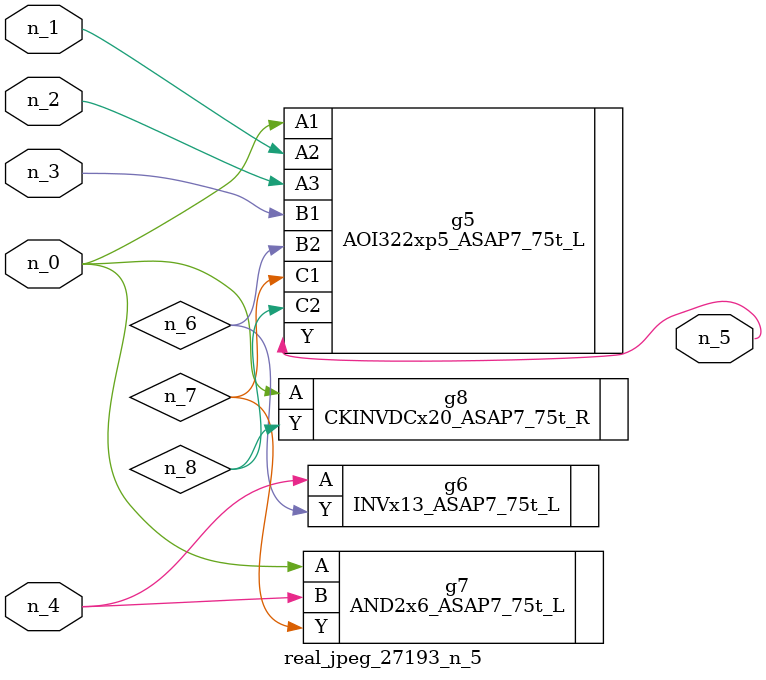
<source format=v>
module real_jpeg_27193_n_5 (n_4, n_0, n_1, n_2, n_3, n_5);

input n_4;
input n_0;
input n_1;
input n_2;
input n_3;

output n_5;

wire n_8;
wire n_6;
wire n_7;

AOI322xp5_ASAP7_75t_L g5 ( 
.A1(n_0),
.A2(n_1),
.A3(n_2),
.B1(n_3),
.B2(n_6),
.C1(n_7),
.C2(n_8),
.Y(n_5)
);

AND2x6_ASAP7_75t_L g7 ( 
.A(n_0),
.B(n_4),
.Y(n_7)
);

CKINVDCx20_ASAP7_75t_R g8 ( 
.A(n_0),
.Y(n_8)
);

INVx13_ASAP7_75t_L g6 ( 
.A(n_4),
.Y(n_6)
);


endmodule
</source>
